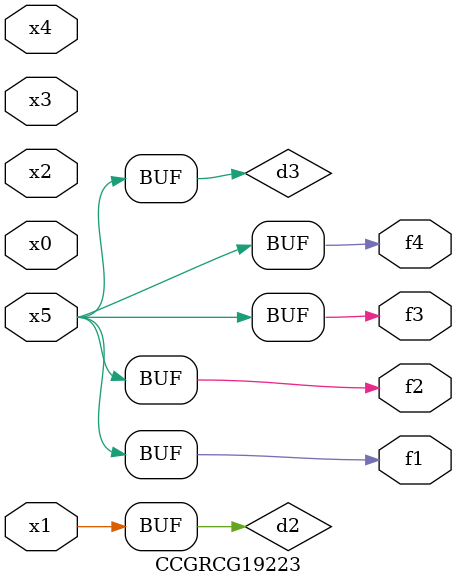
<source format=v>
module CCGRCG19223(
	input x0, x1, x2, x3, x4, x5,
	output f1, f2, f3, f4
);

	wire d1, d2, d3;

	not (d1, x5);
	or (d2, x1);
	xnor (d3, d1);
	assign f1 = d3;
	assign f2 = d3;
	assign f3 = d3;
	assign f4 = d3;
endmodule

</source>
